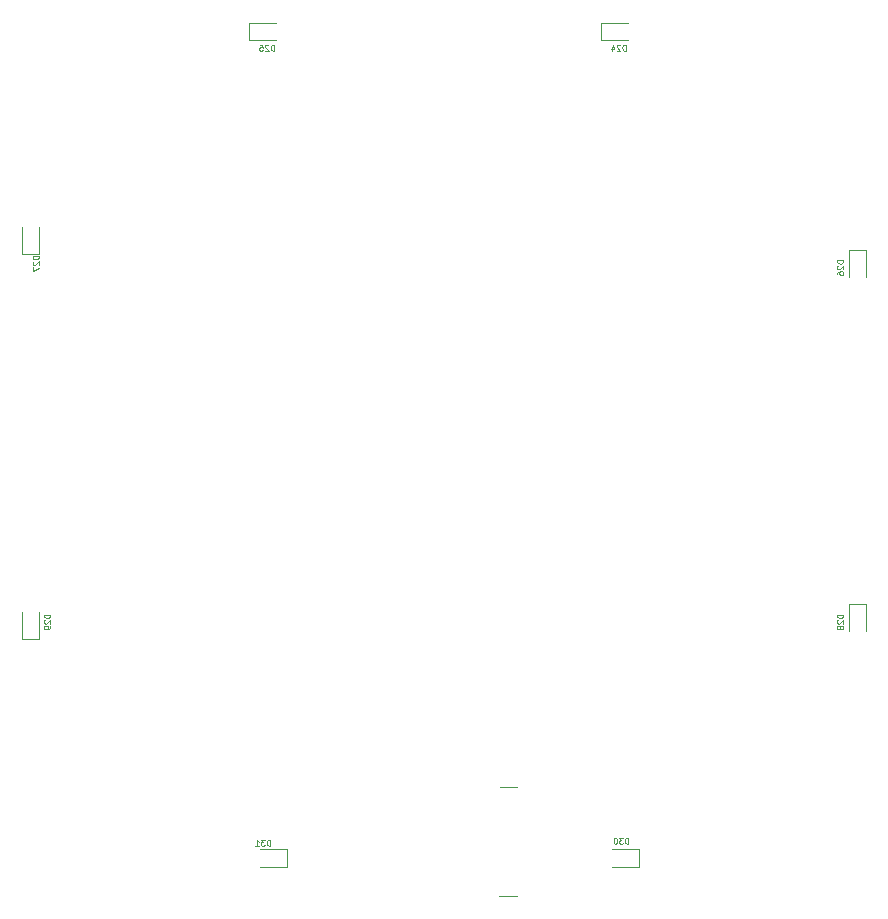
<source format=gbr>
%TF.GenerationSoftware,KiCad,Pcbnew,(6.0.8)*%
%TF.CreationDate,2023-03-24T20:25:16-04:00*%
%TF.ProjectId,lb_mp1,6c625f6d-7031-42e6-9b69-6361645f7063,rev?*%
%TF.SameCoordinates,Original*%
%TF.FileFunction,Legend,Bot*%
%TF.FilePolarity,Positive*%
%FSLAX46Y46*%
G04 Gerber Fmt 4.6, Leading zero omitted, Abs format (unit mm)*
G04 Created by KiCad (PCBNEW (6.0.8)) date 2023-03-24 20:25:16*
%MOMM*%
%LPD*%
G01*
G04 APERTURE LIST*
%ADD10C,0.125000*%
%ADD11C,0.120000*%
G04 APERTURE END LIST*
D10*
%TO.C,D27*%
X115116190Y-80702857D02*
X114616190Y-80702857D01*
X114616190Y-80821904D01*
X114640000Y-80893333D01*
X114687619Y-80940952D01*
X114735238Y-80964761D01*
X114830476Y-80988571D01*
X114901904Y-80988571D01*
X114997142Y-80964761D01*
X115044761Y-80940952D01*
X115092380Y-80893333D01*
X115116190Y-80821904D01*
X115116190Y-80702857D01*
X114663809Y-81179047D02*
X114640000Y-81202857D01*
X114616190Y-81250476D01*
X114616190Y-81369523D01*
X114640000Y-81417142D01*
X114663809Y-81440952D01*
X114711428Y-81464761D01*
X114759047Y-81464761D01*
X114830476Y-81440952D01*
X115116190Y-81155238D01*
X115116190Y-81464761D01*
X114616190Y-81631428D02*
X114616190Y-81964761D01*
X115116190Y-81750476D01*
%TO.C,D30*%
X165047142Y-130456190D02*
X165047142Y-129956190D01*
X164928095Y-129956190D01*
X164856666Y-129980000D01*
X164809047Y-130027619D01*
X164785238Y-130075238D01*
X164761428Y-130170476D01*
X164761428Y-130241904D01*
X164785238Y-130337142D01*
X164809047Y-130384761D01*
X164856666Y-130432380D01*
X164928095Y-130456190D01*
X165047142Y-130456190D01*
X164594761Y-129956190D02*
X164285238Y-129956190D01*
X164451904Y-130146666D01*
X164380476Y-130146666D01*
X164332857Y-130170476D01*
X164309047Y-130194285D01*
X164285238Y-130241904D01*
X164285238Y-130360952D01*
X164309047Y-130408571D01*
X164332857Y-130432380D01*
X164380476Y-130456190D01*
X164523333Y-130456190D01*
X164570952Y-130432380D01*
X164594761Y-130408571D01*
X163975714Y-129956190D02*
X163928095Y-129956190D01*
X163880476Y-129980000D01*
X163856666Y-130003809D01*
X163832857Y-130051428D01*
X163809047Y-130146666D01*
X163809047Y-130265714D01*
X163832857Y-130360952D01*
X163856666Y-130408571D01*
X163880476Y-130432380D01*
X163928095Y-130456190D01*
X163975714Y-130456190D01*
X164023333Y-130432380D01*
X164047142Y-130408571D01*
X164070952Y-130360952D01*
X164094761Y-130265714D01*
X164094761Y-130146666D01*
X164070952Y-130051428D01*
X164047142Y-130003809D01*
X164023333Y-129980000D01*
X163975714Y-129956190D01*
%TO.C,D25*%
X135047142Y-63316190D02*
X135047142Y-62816190D01*
X134928095Y-62816190D01*
X134856666Y-62840000D01*
X134809047Y-62887619D01*
X134785238Y-62935238D01*
X134761428Y-63030476D01*
X134761428Y-63101904D01*
X134785238Y-63197142D01*
X134809047Y-63244761D01*
X134856666Y-63292380D01*
X134928095Y-63316190D01*
X135047142Y-63316190D01*
X134570952Y-62863809D02*
X134547142Y-62840000D01*
X134499523Y-62816190D01*
X134380476Y-62816190D01*
X134332857Y-62840000D01*
X134309047Y-62863809D01*
X134285238Y-62911428D01*
X134285238Y-62959047D01*
X134309047Y-63030476D01*
X134594761Y-63316190D01*
X134285238Y-63316190D01*
X133832857Y-62816190D02*
X134070952Y-62816190D01*
X134094761Y-63054285D01*
X134070952Y-63030476D01*
X134023333Y-63006666D01*
X133904285Y-63006666D01*
X133856666Y-63030476D01*
X133832857Y-63054285D01*
X133809047Y-63101904D01*
X133809047Y-63220952D01*
X133832857Y-63268571D01*
X133856666Y-63292380D01*
X133904285Y-63316190D01*
X134023333Y-63316190D01*
X134070952Y-63292380D01*
X134094761Y-63268571D01*
%TO.C,D24*%
X164834642Y-63316190D02*
X164834642Y-62816190D01*
X164715595Y-62816190D01*
X164644166Y-62840000D01*
X164596547Y-62887619D01*
X164572738Y-62935238D01*
X164548928Y-63030476D01*
X164548928Y-63101904D01*
X164572738Y-63197142D01*
X164596547Y-63244761D01*
X164644166Y-63292380D01*
X164715595Y-63316190D01*
X164834642Y-63316190D01*
X164358452Y-62863809D02*
X164334642Y-62840000D01*
X164287023Y-62816190D01*
X164167976Y-62816190D01*
X164120357Y-62840000D01*
X164096547Y-62863809D01*
X164072738Y-62911428D01*
X164072738Y-62959047D01*
X164096547Y-63030476D01*
X164382261Y-63316190D01*
X164072738Y-63316190D01*
X163644166Y-62982857D02*
X163644166Y-63316190D01*
X163763214Y-62792380D02*
X163882261Y-63149523D01*
X163572738Y-63149523D01*
%TO.C,D26*%
X183236190Y-81052857D02*
X182736190Y-81052857D01*
X182736190Y-81171904D01*
X182760000Y-81243333D01*
X182807619Y-81290952D01*
X182855238Y-81314761D01*
X182950476Y-81338571D01*
X183021904Y-81338571D01*
X183117142Y-81314761D01*
X183164761Y-81290952D01*
X183212380Y-81243333D01*
X183236190Y-81171904D01*
X183236190Y-81052857D01*
X182783809Y-81529047D02*
X182760000Y-81552857D01*
X182736190Y-81600476D01*
X182736190Y-81719523D01*
X182760000Y-81767142D01*
X182783809Y-81790952D01*
X182831428Y-81814761D01*
X182879047Y-81814761D01*
X182950476Y-81790952D01*
X183236190Y-81505238D01*
X183236190Y-81814761D01*
X182736190Y-82243333D02*
X182736190Y-82148095D01*
X182760000Y-82100476D01*
X182783809Y-82076666D01*
X182855238Y-82029047D01*
X182950476Y-82005238D01*
X183140952Y-82005238D01*
X183188571Y-82029047D01*
X183212380Y-82052857D01*
X183236190Y-82100476D01*
X183236190Y-82195714D01*
X183212380Y-82243333D01*
X183188571Y-82267142D01*
X183140952Y-82290952D01*
X183021904Y-82290952D01*
X182974285Y-82267142D01*
X182950476Y-82243333D01*
X182926666Y-82195714D01*
X182926666Y-82100476D01*
X182950476Y-82052857D01*
X182974285Y-82029047D01*
X183021904Y-82005238D01*
%TO.C,D28*%
X183236190Y-111052857D02*
X182736190Y-111052857D01*
X182736190Y-111171904D01*
X182760000Y-111243333D01*
X182807619Y-111290952D01*
X182855238Y-111314761D01*
X182950476Y-111338571D01*
X183021904Y-111338571D01*
X183117142Y-111314761D01*
X183164761Y-111290952D01*
X183212380Y-111243333D01*
X183236190Y-111171904D01*
X183236190Y-111052857D01*
X182783809Y-111529047D02*
X182760000Y-111552857D01*
X182736190Y-111600476D01*
X182736190Y-111719523D01*
X182760000Y-111767142D01*
X182783809Y-111790952D01*
X182831428Y-111814761D01*
X182879047Y-111814761D01*
X182950476Y-111790952D01*
X183236190Y-111505238D01*
X183236190Y-111814761D01*
X182950476Y-112100476D02*
X182926666Y-112052857D01*
X182902857Y-112029047D01*
X182855238Y-112005238D01*
X182831428Y-112005238D01*
X182783809Y-112029047D01*
X182760000Y-112052857D01*
X182736190Y-112100476D01*
X182736190Y-112195714D01*
X182760000Y-112243333D01*
X182783809Y-112267142D01*
X182831428Y-112290952D01*
X182855238Y-112290952D01*
X182902857Y-112267142D01*
X182926666Y-112243333D01*
X182950476Y-112195714D01*
X182950476Y-112100476D01*
X182974285Y-112052857D01*
X182998095Y-112029047D01*
X183045714Y-112005238D01*
X183140952Y-112005238D01*
X183188571Y-112029047D01*
X183212380Y-112052857D01*
X183236190Y-112100476D01*
X183236190Y-112195714D01*
X183212380Y-112243333D01*
X183188571Y-112267142D01*
X183140952Y-112290952D01*
X183045714Y-112290952D01*
X182998095Y-112267142D01*
X182974285Y-112243333D01*
X182950476Y-112195714D01*
%TO.C,D31*%
X134707142Y-130626190D02*
X134707142Y-130126190D01*
X134588095Y-130126190D01*
X134516666Y-130150000D01*
X134469047Y-130197619D01*
X134445238Y-130245238D01*
X134421428Y-130340476D01*
X134421428Y-130411904D01*
X134445238Y-130507142D01*
X134469047Y-130554761D01*
X134516666Y-130602380D01*
X134588095Y-130626190D01*
X134707142Y-130626190D01*
X134254761Y-130126190D02*
X133945238Y-130126190D01*
X134111904Y-130316666D01*
X134040476Y-130316666D01*
X133992857Y-130340476D01*
X133969047Y-130364285D01*
X133945238Y-130411904D01*
X133945238Y-130530952D01*
X133969047Y-130578571D01*
X133992857Y-130602380D01*
X134040476Y-130626190D01*
X134183333Y-130626190D01*
X134230952Y-130602380D01*
X134254761Y-130578571D01*
X133469047Y-130626190D02*
X133754761Y-130626190D01*
X133611904Y-130626190D02*
X133611904Y-130126190D01*
X133659523Y-130197619D01*
X133707142Y-130245238D01*
X133754761Y-130269047D01*
%TO.C,D29*%
X116096190Y-111052857D02*
X115596190Y-111052857D01*
X115596190Y-111171904D01*
X115620000Y-111243333D01*
X115667619Y-111290952D01*
X115715238Y-111314761D01*
X115810476Y-111338571D01*
X115881904Y-111338571D01*
X115977142Y-111314761D01*
X116024761Y-111290952D01*
X116072380Y-111243333D01*
X116096190Y-111171904D01*
X116096190Y-111052857D01*
X115643809Y-111529047D02*
X115620000Y-111552857D01*
X115596190Y-111600476D01*
X115596190Y-111719523D01*
X115620000Y-111767142D01*
X115643809Y-111790952D01*
X115691428Y-111814761D01*
X115739047Y-111814761D01*
X115810476Y-111790952D01*
X116096190Y-111505238D01*
X116096190Y-111814761D01*
X116096190Y-112052857D02*
X116096190Y-112148095D01*
X116072380Y-112195714D01*
X116048571Y-112219523D01*
X115977142Y-112267142D01*
X115881904Y-112290952D01*
X115691428Y-112290952D01*
X115643809Y-112267142D01*
X115620000Y-112243333D01*
X115596190Y-112195714D01*
X115596190Y-112100476D01*
X115620000Y-112052857D01*
X115643809Y-112029047D01*
X115691428Y-112005238D01*
X115810476Y-112005238D01*
X115858095Y-112029047D01*
X115881904Y-112052857D01*
X115905714Y-112100476D01*
X115905714Y-112195714D01*
X115881904Y-112243333D01*
X115858095Y-112267142D01*
X115810476Y-112290952D01*
D11*
%TO.C,D27*%
X115175000Y-78200000D02*
X115175000Y-80485000D01*
X113705000Y-80485000D02*
X113705000Y-78200000D01*
X115175000Y-80485000D02*
X113705000Y-80485000D01*
%TO.C,D30*%
X165925000Y-130925000D02*
X165925000Y-132395000D01*
X163640000Y-130925000D02*
X165925000Y-130925000D01*
X165925000Y-132395000D02*
X163640000Y-132395000D01*
%TO.C,D25*%
X132955000Y-62395000D02*
X132955000Y-60925000D01*
X132955000Y-60925000D02*
X135240000Y-60925000D01*
X135240000Y-62395000D02*
X132955000Y-62395000D01*
%TO.C,U14*%
X155597500Y-134915000D02*
X154107500Y-134915000D01*
X154177500Y-125685000D02*
X155667500Y-125685000D01*
%TO.C,D24*%
X165027500Y-62395000D02*
X162742500Y-62395000D01*
X162742500Y-60925000D02*
X165027500Y-60925000D01*
X162742500Y-62395000D02*
X162742500Y-60925000D01*
%TO.C,D26*%
X185175000Y-80175000D02*
X185175000Y-82460000D01*
X183705000Y-80175000D02*
X185175000Y-80175000D01*
X183705000Y-82460000D02*
X183705000Y-80175000D01*
%TO.C,D28*%
X185175000Y-110175000D02*
X185175000Y-112460000D01*
X183705000Y-110175000D02*
X185175000Y-110175000D01*
X183705000Y-112460000D02*
X183705000Y-110175000D01*
%TO.C,D31*%
X133852500Y-130925000D02*
X136137500Y-130925000D01*
X136137500Y-132395000D02*
X133852500Y-132395000D01*
X136137500Y-130925000D02*
X136137500Y-132395000D01*
%TO.C,D29*%
X113705000Y-113145000D02*
X113705000Y-110860000D01*
X115175000Y-113145000D02*
X113705000Y-113145000D01*
X115175000Y-110860000D02*
X115175000Y-113145000D01*
%TD*%
M02*

</source>
